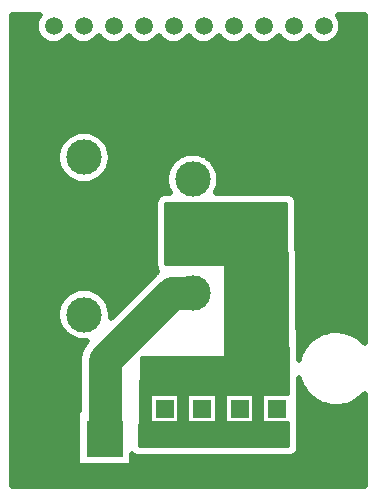
<source format=gbr>
G04 DipTrace 4.0.0.2*
G04 2 - Bottom.gbr*
%MOIN*%
G04 #@! TF.FileFunction,Copper,L2,Bot*
G04 #@! TF.Part,Single*
G04 #@! TA.AperFunction,Conductor*
%ADD16C,0.11*%
G04 #@! TA.AperFunction,CopperBalancing*
%ADD20C,0.019685*%
%ADD21C,0.013*%
G04 #@! TA.AperFunction,ComponentPad*
%ADD22R,0.12X0.12*%
%ADD23C,0.12*%
%ADD24R,0.059055X0.059055*%
%ADD25C,0.059055*%
%ADD26C,0.11811*%
%FSLAX26Y26*%
G04*
G70*
G90*
G75*
G01*
G04 Bottom*
%LPD*%
X744000Y594000D2*
D16*
Y856500D1*
X967524Y1080024D1*
X1037454D1*
X437325Y1986651D2*
D20*
X514845D1*
X1532977D2*
X1610533D1*
X437325Y1967097D2*
X512118D1*
X1535704D2*
X1610533D1*
X437325Y1947543D2*
X515993D1*
X1531829D2*
X1610533D1*
X437325Y1927990D2*
X528194D1*
X1519628D2*
X1610533D1*
X437325Y1908436D2*
X1610533D1*
X437325Y1888882D2*
X1610533D1*
X437325Y1869328D2*
X1610533D1*
X437325Y1849774D2*
X1610533D1*
X437325Y1830220D2*
X1610533D1*
X437325Y1810667D2*
X1610533D1*
X437325Y1791113D2*
X1610533D1*
X437325Y1771559D2*
X1610533D1*
X437325Y1752005D2*
X1610533D1*
X437325Y1732451D2*
X1610533D1*
X437325Y1712898D2*
X1610533D1*
X437325Y1693344D2*
X1610533D1*
X437325Y1673790D2*
X1610533D1*
X437325Y1654236D2*
X1610533D1*
X437325Y1634682D2*
X1610533D1*
X437325Y1615129D2*
X643669D1*
X706851D2*
X1610533D1*
X437325Y1595575D2*
X611697D1*
X738788D2*
X1610533D1*
X437325Y1576021D2*
X596195D1*
X754326D2*
X1610533D1*
X437325Y1556467D2*
X587690D1*
X762830D2*
X1610533D1*
X437325Y1536913D2*
X584137D1*
X766383D2*
X993576D1*
X1081339D2*
X1610533D1*
X437325Y1517360D2*
X584927D1*
X765558D2*
X968708D1*
X1106206D2*
X1610533D1*
X437325Y1497806D2*
X590238D1*
X760283D2*
X955467D1*
X1119412D2*
X1610533D1*
X437325Y1478252D2*
X601003D1*
X749517D2*
X948434D1*
X1126445D2*
X1610533D1*
X437325Y1458698D2*
X620488D1*
X729996D2*
X946101D1*
X1128777D2*
X1610533D1*
X437325Y1439144D2*
X948111D1*
X1126804D2*
X1610533D1*
X437325Y1419591D2*
X954785D1*
X1120129D2*
X1610533D1*
X437325Y1400037D2*
X918040D1*
X1382443D2*
X1610533D1*
X437325Y1380483D2*
X911724D1*
X1388794D2*
X1610533D1*
X437325Y1360929D2*
X911724D1*
X1388938D2*
X1610533D1*
X437325Y1341375D2*
X911724D1*
X1389081D2*
X1610533D1*
X437325Y1321822D2*
X911724D1*
X1389225D2*
X1610533D1*
X437325Y1302268D2*
X911724D1*
X1389404D2*
X1610533D1*
X437325Y1282714D2*
X911724D1*
X1389548D2*
X1610533D1*
X437325Y1263160D2*
X911724D1*
X1389691D2*
X1610533D1*
X437325Y1243606D2*
X911724D1*
X1389835D2*
X1610533D1*
X437325Y1224052D2*
X911724D1*
X1389978D2*
X1610533D1*
X437325Y1204499D2*
X911724D1*
X1390122D2*
X1610533D1*
X437325Y1184945D2*
X911724D1*
X1390301D2*
X1610533D1*
X437325Y1165391D2*
X911940D1*
X1390445D2*
X1610533D1*
X437325Y1145837D2*
X911258D1*
X1390588D2*
X1610533D1*
X437325Y1126283D2*
X891163D1*
X1390732D2*
X1610533D1*
X437325Y1106730D2*
X871606D1*
X1390876D2*
X1610533D1*
X437325Y1087176D2*
X633406D1*
X717078D2*
X852049D1*
X1391019D2*
X1610533D1*
X437325Y1067622D2*
X607426D1*
X743058D2*
X832492D1*
X1391198D2*
X1610533D1*
X437325Y1048068D2*
X593826D1*
X756694D2*
X812935D1*
X1391342D2*
X1610533D1*
X437325Y1028514D2*
X586506D1*
X764015D2*
X793378D1*
X1391486D2*
X1610533D1*
X437325Y1008961D2*
X583922D1*
X1391629D2*
X1610533D1*
X437325Y989407D2*
X585716D1*
X1391773D2*
X1610533D1*
X437325Y969853D2*
X592068D1*
X1391916D2*
X1610533D1*
X437325Y950299D2*
X604340D1*
X1392060D2*
X1478192D1*
X1553897D2*
X1610533D1*
X437325Y930745D2*
X626983D1*
X1392239D2*
X1438432D1*
X1593693D2*
X1610533D1*
X437325Y911192D2*
X676539D1*
X1392383D2*
X1417153D1*
X437325Y891638D2*
X664303D1*
X1392526D2*
X1403158D1*
X437325Y872084D2*
X658167D1*
X437325Y852530D2*
X656731D1*
X437325Y832976D2*
X656731D1*
X437325Y813423D2*
X656731D1*
X437325Y793869D2*
X656731D1*
X437325Y774315D2*
X656731D1*
X437325Y754761D2*
X656731D1*
X1393567D2*
X1408038D1*
X437325Y735207D2*
X656731D1*
X1393710D2*
X1424437D1*
X437325Y715654D2*
X656731D1*
X1393854D2*
X1450382D1*
X1581743D2*
X1610533D1*
X437325Y696100D2*
X656731D1*
X1394033D2*
X1610533D1*
X437325Y676546D2*
X651707D1*
X1394177D2*
X1610533D1*
X437325Y656992D2*
X651707D1*
X1394320D2*
X1610533D1*
X437325Y637438D2*
X651707D1*
X1394464D2*
X1610533D1*
X437325Y617885D2*
X651707D1*
X1394607D2*
X1610533D1*
X437325Y598331D2*
X651707D1*
X1394751D2*
X1610533D1*
X437325Y578777D2*
X651707D1*
X1394930D2*
X1610533D1*
X437325Y559223D2*
X651707D1*
X1394823D2*
X1610533D1*
X437325Y539669D2*
X651707D1*
X1384380D2*
X1610533D1*
X437325Y520115D2*
X651707D1*
X836285D2*
X1610533D1*
X437325Y500562D2*
X1610533D1*
X437325Y481008D2*
X1610533D1*
X437325Y461454D2*
X1610533D1*
X437325Y441900D2*
X1610533D1*
X834315Y542106D2*
Y503685D1*
X653685D1*
Y684315D1*
X658673D1*
X658685Y856500D1*
X658948Y863194D1*
X659735Y869846D1*
X661042Y876416D1*
X662861Y882864D1*
X665179Y889149D1*
X667984Y895232D1*
X671257Y901077D1*
X674979Y906647D1*
X679126Y911908D1*
X685240Y918393D1*
X675251Y917819D1*
X668239Y918094D1*
X661270Y918919D1*
X654388Y920288D1*
X647634Y922193D1*
X641050Y924622D1*
X634677Y927560D1*
X628555Y930988D1*
X622720Y934887D1*
X617209Y939231D1*
X612056Y943995D1*
X607293Y949148D1*
X602949Y954659D1*
X599050Y960493D1*
X595621Y966616D1*
X592683Y972989D1*
X590255Y979572D1*
X588350Y986326D1*
X586981Y993208D1*
X586156Y1000177D1*
X585881Y1007189D1*
X586156Y1014201D1*
X586981Y1021170D1*
X588350Y1028052D1*
X590255Y1034806D1*
X592683Y1041389D1*
X595621Y1047762D1*
X599050Y1053885D1*
X602949Y1059719D1*
X607293Y1065230D1*
X612056Y1070383D1*
X617209Y1075147D1*
X622720Y1079491D1*
X628555Y1083389D1*
X634677Y1086818D1*
X641050Y1089756D1*
X647634Y1092185D1*
X654388Y1094090D1*
X661270Y1095459D1*
X668239Y1096284D1*
X675251Y1096559D1*
X682263Y1096284D1*
X689231Y1095459D1*
X696114Y1094090D1*
X702868Y1092185D1*
X709451Y1089756D1*
X715824Y1086818D1*
X721946Y1083389D1*
X727781Y1079491D1*
X733292Y1075147D1*
X738445Y1070383D1*
X743208Y1065230D1*
X747553Y1059719D1*
X751451Y1053885D1*
X754880Y1047762D1*
X757818Y1041389D1*
X760247Y1034806D1*
X762151Y1028052D1*
X763520Y1021170D1*
X764345Y1014201D1*
X764621Y1007189D1*
X763988Y997156D1*
X907197Y1140350D1*
X912116Y1144898D1*
X917398Y1149060D1*
X919475Y1151181D1*
X916989Y1155237D1*
X915169Y1159632D1*
X914058Y1164258D1*
X913685Y1169009D1*
X913778Y1383878D1*
X914523Y1388577D1*
X915993Y1393101D1*
X918152Y1397340D1*
X920948Y1401188D1*
X924312Y1404552D1*
X928160Y1407348D1*
X932399Y1409507D1*
X936923Y1410977D1*
X941622Y1411722D1*
X960898Y1411815D1*
X957825Y1417403D1*
X954887Y1423776D1*
X952458Y1430360D1*
X950553Y1437113D1*
X949184Y1443996D1*
X948359Y1450964D1*
X948084Y1457976D1*
X948359Y1464988D1*
X949184Y1471957D1*
X950553Y1478839D1*
X952458Y1485593D1*
X954887Y1492177D1*
X957825Y1498550D1*
X961254Y1504672D1*
X965152Y1510507D1*
X969497Y1516018D1*
X974260Y1521171D1*
X979413Y1525934D1*
X984924Y1530278D1*
X990758Y1534177D1*
X996881Y1537606D1*
X1003254Y1540544D1*
X1009837Y1542972D1*
X1016591Y1544877D1*
X1023474Y1546246D1*
X1030442Y1547071D1*
X1037454Y1547346D1*
X1044466Y1547071D1*
X1051435Y1546246D1*
X1058317Y1544877D1*
X1065071Y1542972D1*
X1071655Y1540544D1*
X1078027Y1537606D1*
X1084150Y1534177D1*
X1089984Y1530278D1*
X1095495Y1525934D1*
X1100648Y1521171D1*
X1105412Y1516018D1*
X1109756Y1510507D1*
X1113655Y1504672D1*
X1117083Y1498550D1*
X1120021Y1492177D1*
X1122450Y1485593D1*
X1124355Y1478839D1*
X1125724Y1471957D1*
X1126549Y1464988D1*
X1126824Y1457976D1*
X1126549Y1450964D1*
X1125724Y1443996D1*
X1124355Y1437113D1*
X1122450Y1430360D1*
X1120021Y1423776D1*
X1117083Y1417403D1*
X1113963Y1411831D1*
X1358878Y1411722D1*
X1363577Y1410977D1*
X1368101Y1409507D1*
X1372340Y1407348D1*
X1376188Y1404552D1*
X1379552Y1401188D1*
X1382348Y1397340D1*
X1384507Y1393101D1*
X1385977Y1388577D1*
X1386722Y1383869D1*
X1389268Y1060307D1*
X1390862Y855382D1*
X1393207Y864262D1*
X1396182Y872952D1*
X1399770Y881406D1*
X1403953Y889583D1*
X1408711Y897439D1*
X1414018Y904935D1*
X1419847Y912032D1*
X1426169Y918694D1*
X1432952Y924887D1*
X1440160Y930579D1*
X1447756Y935741D1*
X1455702Y940346D1*
X1463958Y944372D1*
X1472480Y947796D1*
X1481225Y950603D1*
X1490148Y952777D1*
X1499204Y954307D1*
X1508346Y955186D1*
X1517528Y955409D1*
X1526702Y954974D1*
X1535822Y953885D1*
X1544840Y952146D1*
X1553711Y949767D1*
X1562389Y946759D1*
X1570829Y943139D1*
X1578990Y938924D1*
X1586827Y934136D1*
X1594303Y928800D1*
X1601378Y922943D1*
X1608015Y916596D1*
X1612520Y911624D1*
X1612504Y2006185D1*
X1520595Y2006205D1*
X1524931Y2000071D1*
X1529194Y1991704D1*
X1532096Y1982773D1*
X1533565Y1973498D1*
Y1964108D1*
X1532096Y1954833D1*
X1529194Y1945902D1*
X1524931Y1937536D1*
X1519411Y1929939D1*
X1512771Y1923299D1*
X1505174Y1917779D1*
X1496808Y1913516D1*
X1487877Y1910614D1*
X1478602Y1909145D1*
X1469212D1*
X1459937Y1910614D1*
X1451006Y1913516D1*
X1442639Y1917779D1*
X1435042Y1923299D1*
X1428402Y1929939D1*
X1423933Y1935964D1*
X1419411Y1929939D1*
X1412771Y1923299D1*
X1405174Y1917779D1*
X1396808Y1913516D1*
X1387877Y1910614D1*
X1378602Y1909145D1*
X1369212D1*
X1359937Y1910614D1*
X1351006Y1913516D1*
X1342639Y1917779D1*
X1335042Y1923299D1*
X1328402Y1929939D1*
X1323933Y1935964D1*
X1319411Y1929939D1*
X1312771Y1923299D1*
X1305174Y1917779D1*
X1296808Y1913516D1*
X1287877Y1910614D1*
X1278602Y1909145D1*
X1269212D1*
X1259937Y1910614D1*
X1251006Y1913516D1*
X1242639Y1917779D1*
X1235042Y1923299D1*
X1228402Y1929939D1*
X1223933Y1935964D1*
X1219421Y1929939D1*
X1212781Y1923299D1*
X1205184Y1917779D1*
X1196817Y1913516D1*
X1187886Y1910614D1*
X1178611Y1909145D1*
X1169221D1*
X1159946Y1910614D1*
X1151015Y1913516D1*
X1142648Y1917779D1*
X1135051Y1923299D1*
X1128411Y1929939D1*
X1123942Y1935964D1*
X1119421Y1929939D1*
X1112781Y1923299D1*
X1105184Y1917779D1*
X1096817Y1913516D1*
X1087886Y1910614D1*
X1078611Y1909145D1*
X1069221D1*
X1059946Y1910614D1*
X1051015Y1913516D1*
X1042648Y1917779D1*
X1035051Y1923299D1*
X1028411Y1929939D1*
X1023942Y1935964D1*
X1019421Y1929939D1*
X1012781Y1923299D1*
X1005184Y1917779D1*
X996817Y1913516D1*
X987886Y1910614D1*
X978611Y1909145D1*
X969221D1*
X959946Y1910614D1*
X951015Y1913516D1*
X942648Y1917779D1*
X935051Y1923299D1*
X928411Y1929939D1*
X923942Y1935964D1*
X919421Y1929939D1*
X912781Y1923299D1*
X905184Y1917779D1*
X896817Y1913516D1*
X887886Y1910614D1*
X878611Y1909145D1*
X869221D1*
X859946Y1910614D1*
X851015Y1913516D1*
X842648Y1917779D1*
X835051Y1923299D1*
X828411Y1929939D1*
X823942Y1935964D1*
X819421Y1929939D1*
X812781Y1923299D1*
X805184Y1917779D1*
X796817Y1913516D1*
X787886Y1910614D1*
X778611Y1909145D1*
X769221D1*
X759946Y1910614D1*
X751015Y1913516D1*
X742648Y1917779D1*
X735051Y1923299D1*
X728411Y1929939D1*
X723942Y1935964D1*
X719421Y1929939D1*
X712781Y1923299D1*
X705184Y1917779D1*
X696817Y1913516D1*
X687886Y1910614D1*
X678611Y1909145D1*
X669221D1*
X659946Y1910614D1*
X651015Y1913516D1*
X642648Y1917779D1*
X635051Y1923299D1*
X628411Y1929939D1*
X623942Y1935964D1*
X619421Y1929939D1*
X612781Y1923299D1*
X605184Y1917779D1*
X596817Y1913516D1*
X587886Y1910614D1*
X578611Y1909145D1*
X569221D1*
X559946Y1910614D1*
X551015Y1913516D1*
X542648Y1917779D1*
X535051Y1923299D1*
X528411Y1929939D1*
X522892Y1937536D1*
X518629Y1945902D1*
X515727Y1954833D1*
X514258Y1964108D1*
Y1973498D1*
X515727Y1982773D1*
X518629Y1991704D1*
X522892Y2000071D1*
X527264Y2006212D1*
X435313Y2006205D1*
X435339Y435358D1*
X1612529Y435339D1*
X1612504Y742416D1*
X1606627Y736142D1*
X1599893Y729897D1*
X1592729Y724150D1*
X1585172Y718929D1*
X1577262Y714263D1*
X1569038Y710174D1*
X1560542Y706684D1*
X1551819Y703810D1*
X1542913Y701568D1*
X1533869Y699968D1*
X1524733Y699019D1*
X1515554Y698725D1*
X1506376Y699089D1*
X1497249Y700109D1*
X1488217Y701778D1*
X1479329Y704089D1*
X1470628Y707030D1*
X1462159Y710585D1*
X1453967Y714737D1*
X1446093Y719464D1*
X1438576Y724743D1*
X1431457Y730545D1*
X1424771Y736841D1*
X1418552Y743600D1*
X1412832Y750786D1*
X1407641Y758362D1*
X1403005Y766291D1*
X1398948Y774531D1*
X1395490Y783039D1*
X1392650Y791773D1*
X1391278Y797310D1*
X1392989Y560603D1*
X1392281Y555899D1*
X1390846Y551364D1*
X1388719Y547109D1*
X1385952Y543239D1*
X1382614Y539850D1*
X1378787Y537025D1*
X1374565Y534833D1*
X1370052Y533328D1*
X1365360Y532548D1*
X1316965Y532436D1*
X853505Y532584D1*
X848823Y533424D1*
X844330Y534986D1*
X840136Y537231D1*
X836346Y540105D1*
X834625Y541764D1*
X764345Y1523799D2*
X763520Y1516830D1*
X762151Y1509948D1*
X760247Y1503194D1*
X757818Y1496611D1*
X754880Y1490238D1*
X751451Y1484115D1*
X747553Y1478281D1*
X743208Y1472770D1*
X738445Y1467617D1*
X733292Y1462853D1*
X727781Y1458509D1*
X721946Y1454611D1*
X715824Y1451182D1*
X709451Y1448244D1*
X702868Y1445815D1*
X696114Y1443910D1*
X689231Y1442541D1*
X682263Y1441716D1*
X675251Y1441441D1*
X668239Y1441716D1*
X661270Y1442541D1*
X654388Y1443910D1*
X647634Y1445815D1*
X641050Y1448244D1*
X634677Y1451182D1*
X628555Y1454611D1*
X622720Y1458509D1*
X617209Y1462853D1*
X612056Y1467617D1*
X607293Y1472770D1*
X602949Y1478281D1*
X599050Y1484115D1*
X595621Y1490238D1*
X592683Y1496611D1*
X590255Y1503194D1*
X588350Y1509948D1*
X586981Y1516830D1*
X586156Y1523799D1*
X585881Y1530811D1*
X586156Y1537823D1*
X586981Y1544792D1*
X588350Y1551674D1*
X590255Y1558428D1*
X592683Y1565011D1*
X595621Y1571384D1*
X599050Y1577507D1*
X602949Y1583341D1*
X607293Y1588852D1*
X612056Y1594005D1*
X617209Y1598769D1*
X622720Y1603113D1*
X628555Y1607012D1*
X634677Y1610440D1*
X641050Y1613378D1*
X647634Y1615807D1*
X654388Y1617712D1*
X661270Y1619081D1*
X668239Y1619906D1*
X675251Y1620181D1*
X682263Y1619906D1*
X689231Y1619081D1*
X696114Y1617712D1*
X702868Y1615807D1*
X709451Y1613378D1*
X715824Y1610440D1*
X721946Y1607012D1*
X727781Y1603113D1*
X733292Y1598769D1*
X738445Y1594005D1*
X743208Y1588852D1*
X747553Y1583341D1*
X751451Y1577507D1*
X754880Y1571384D1*
X757818Y1565011D1*
X760247Y1558428D1*
X762151Y1551674D1*
X763520Y1544792D1*
X764345Y1537823D1*
X764621Y1530811D1*
X764345Y1523799D1*
X951809Y1362131D2*
D21*
X1348857D1*
X951809Y1349262D2*
X1348933D1*
X951809Y1336394D2*
X1349035D1*
X951809Y1323525D2*
X1349137D1*
X951809Y1310656D2*
X1349238D1*
X951809Y1297787D2*
X1349340D1*
X951809Y1284919D2*
X1349441D1*
X951809Y1272050D2*
X1349543D1*
X951809Y1259181D2*
X1349644D1*
X951809Y1246312D2*
X1349721D1*
X951809Y1233444D2*
X1349822D1*
X951809Y1220575D2*
X1349924D1*
X951809Y1207706D2*
X1350025D1*
X951809Y1194837D2*
X1350127D1*
X951809Y1181969D2*
X1350228D1*
X1151811Y1169100D2*
X1350330D1*
X1151811Y1156231D2*
X1350431D1*
X1151811Y1143362D2*
X1350508D1*
X1151811Y1130493D2*
X1350609D1*
X1151811Y1117625D2*
X1350711D1*
X1151811Y1104756D2*
X1350812D1*
X1151811Y1091887D2*
X1350914D1*
X1151811Y1079018D2*
X1351015D1*
X1151811Y1066150D2*
X1351117D1*
X1151811Y1053281D2*
X1351193D1*
X1151811Y1040412D2*
X1351295D1*
X1151811Y1027543D2*
X1351396D1*
X1151811Y1014675D2*
X1351498D1*
X1151811Y1001806D2*
X1351599D1*
X1151811Y988937D2*
X1351701D1*
X1151811Y976068D2*
X1351803D1*
X1151811Y963199D2*
X1351904D1*
X1151811Y950331D2*
X1351980D1*
X1151811Y937462D2*
X1352082D1*
X1151811Y924593D2*
X1352183D1*
X1151811Y911724D2*
X1352285D1*
X1151811Y898856D2*
X1352387D1*
X1151811Y885987D2*
X1352488D1*
X1151811Y873118D2*
X1352590D1*
X870381Y860249D2*
X1352691D1*
X870102Y847381D2*
X1352767D1*
X869848Y834512D2*
X1352869D1*
X869594Y821643D2*
X1352971D1*
X869315Y808774D2*
X1353072D1*
X869061Y795906D2*
X1353174D1*
X868807Y783037D2*
X1353275D1*
X868528Y770168D2*
X1353377D1*
X868274Y757299D2*
X1353453D1*
X868020Y744430D2*
X1353554D1*
X867740Y731562D2*
X893146D1*
X994846D2*
X1018144D1*
X1119844D2*
X1143142D1*
X1244842D2*
X1268140D1*
X867487Y718693D2*
X893146D1*
X994846D2*
X1018144D1*
X1119844D2*
X1143142D1*
X1244842D2*
X1268140D1*
X867233Y705824D2*
X893146D1*
X994846D2*
X1018144D1*
X1119844D2*
X1143142D1*
X1244842D2*
X1268140D1*
X866953Y692955D2*
X893146D1*
X994846D2*
X1018144D1*
X1119844D2*
X1143142D1*
X1244842D2*
X1268140D1*
X866699Y680087D2*
X893146D1*
X994846D2*
X1018144D1*
X1119844D2*
X1143142D1*
X1244842D2*
X1268140D1*
X866446Y667218D2*
X893146D1*
X994846D2*
X1018144D1*
X1119844D2*
X1143142D1*
X1244842D2*
X1268140D1*
X866166Y654349D2*
X893146D1*
X994846D2*
X1018144D1*
X1119844D2*
X1143142D1*
X1244842D2*
X1268140D1*
X865912Y641480D2*
X1354342D1*
X865658Y628612D2*
X1354443D1*
X865379Y615743D2*
X1354545D1*
X865125Y602874D2*
X1354646D1*
X864846Y590005D2*
X1354748D1*
X864592Y577136D2*
X1354849D1*
X900952Y743548D2*
X993548D1*
Y644452D1*
X894452D1*
Y743548D1*
X900952D1*
X1025952D2*
X1118548D1*
Y644452D1*
X1019452D1*
Y743548D1*
X1025952D1*
X1150952D2*
X1243548D1*
Y644452D1*
X1144452D1*
Y743548D1*
X1150952D1*
X1275953Y743547D2*
X1354892D1*
X1350049Y1374998D1*
X950482Y1375000D1*
X950500Y1175502D1*
X1145017Y1175420D1*
X1146951Y1174792D1*
X1148596Y1173596D1*
X1149792Y1171951D1*
X1150420Y1170017D1*
X1150500Y1149478D1*
X1150420Y867983D1*
X1149792Y866049D1*
X1148596Y864404D1*
X1146951Y863208D1*
X1145017Y862580D1*
X1124608Y862500D1*
X869119Y862487D1*
X863134Y569261D1*
X1356203Y569251D1*
X1355548Y644452D1*
X1269453D1*
Y743547D1*
X1275953D1*
D22*
X744000Y594000D3*
D23*
X547150D3*
D24*
X473916Y1968803D3*
D25*
X573916D3*
X673916D3*
X773916D3*
X873916D3*
X973916D3*
X1073916D3*
X1173916D3*
X1273907D3*
X1373907D3*
X1473907D3*
X1573907D3*
D24*
X944000Y694000D3*
D25*
Y594000D3*
Y494000D3*
D24*
X1069000Y694000D3*
D25*
Y594000D3*
Y494000D3*
D24*
X1194000Y694000D3*
D25*
Y594000D3*
Y494000D3*
D24*
X1319000Y694000D3*
D25*
Y594000D3*
Y494000D3*
D26*
X1037454Y1269000D3*
Y1457976D3*
Y1080024D3*
X675251Y1007189D3*
Y1530811D3*
M02*

</source>
